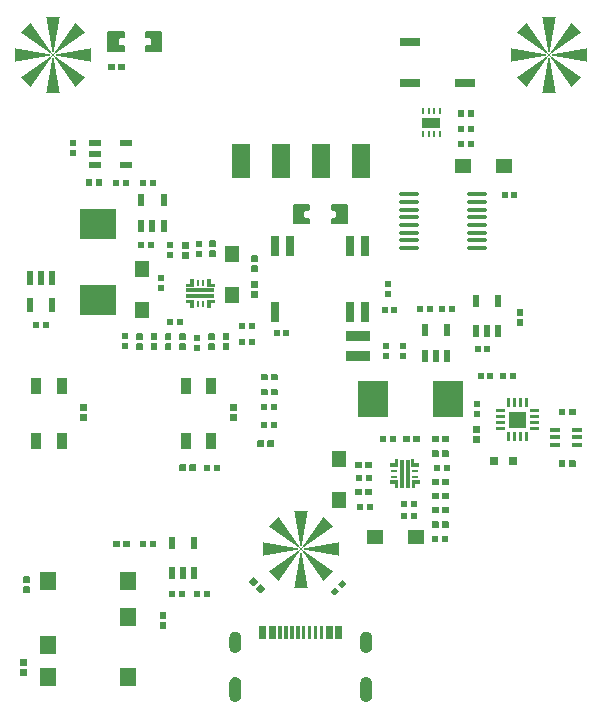
<source format=gtp>
G04 Layer: TopPasteMaskLayer*
G04 EasyEDA Pro v3.2.58, 2026-01-05 14:09:15*
G04 Gerber Generator version 0.3*
G04 Scale: 100 percent, Rotated: No, Reflected: No*
G04 Dimensions in millimeters*
G04 Leading zeros omitted, absolute positions, 4 integers and 5 decimals*
G04 Generated by one-click*
%FSLAX45Y45*%
%MOMM*%
%AMPolygonMacro1*4,1,10,-0.29995,-0.3,-0.29995,0.0,-0.3,0.0,-0.3,0.3,-0.29995,0.3,-0.04996,0.3,0.3,0.3,0.3,0.0,-0.04996,0.0,-0.04996,-0.3,-0.29995,-0.3,0*%
%AMPolygonMacro2*4,1,10,-0.04996,-0.00003,0.3,-0.00003,0.3,-0.3,-0.04996,-0.3,-0.29995,-0.3,-0.3,-0.3,-0.3,-0.00003,-0.29995,-0.00003,-0.29995,0.3,-0.04996,0.3,-0.04996,-0.00003,0*%
%AMPolygonMacro3*4,1,10,0.29995,0.3,0.29995,0.0,0.3,0.0,0.3,-0.3,0.29995,-0.3,0.04996,-0.3,-0.3,-0.3,-0.3,0.0,0.04996,0.0,0.04996,0.3,0.29995,0.3,0*%
%AMPolygonMacro4*4,1,10,0.04996,0.0,-0.3,0.0,-0.3,0.3,0.04996,0.3,0.29995,0.3,0.3,0.3,0.3,0.0,0.29995,0.0,0.29995,-0.3,0.04996,-0.3,0.04996,0.0,0*%
%AMPolygonMacro5*4,1,10,-0.3,0.29995,0.0,0.29995,0.0,0.3,0.3,0.3,0.3,0.29995,0.3,0.04996,0.3,-0.3,0.0,-0.3,0.0,0.04996,-0.3,0.04996,-0.3,0.29995,0*%
%AMPolygonMacro6*4,1,10,-0.00003,0.04996,-0.00003,-0.3,-0.3,-0.3,-0.3,0.04996,-0.3,0.29995,-0.3,0.3,-0.00003,0.3,-0.00003,0.29995,0.3,0.29995,0.3,0.04996,-0.00003,0.04996,0*%
%AMPolygonMacro7*4,1,10,0.3,-0.29995,0.0,-0.29995,0.0,-0.3,-0.3,-0.3,-0.3,-0.29995,-0.3,-0.04996,-0.3,0.3,0.0,0.3,0.0,-0.04996,0.3,-0.04996,0.3,-0.29995,0*%
%AMPolygonMacro8*4,1,10,0.0,-0.04996,0.0,0.3,0.3,0.3,0.3,-0.04996,0.3,-0.29995,0.3,-0.3,0.0,-0.3,0.0,-0.29995,-0.3,-0.29995,-0.3,-0.04996,0.0,-0.04996,0*%
%AMPolygonMacro9*4,1,3,-0.57304,1.62493,0.57304,1.62493,0.0,-1.62493,-0.57304,1.62493,0*%
%AMPolygonMacro10*4,1,3,-1.62493,-0.57304,-1.62493,0.57304,1.62493,0.0,-1.62493,-0.57304,0*%
%AMPolygonMacro11*4,1,3,1.62493,0.57304,1.62493,-0.57304,-1.62493,0.0,1.62493,0.57304,0*%
%AMPolygonMacro12*4,1,3,0.57304,-1.62493,-0.57304,-1.62493,0.0,1.62493,0.57304,-1.62493,0*%
%AMPolygonMacro13*4,1,3,0.5412,1.3516,1.3516,0.5412,-1.3516,-1.3516,0.5412,1.3516,0*%
%AMPolygonMacro14*4,1,3,1.3516,-0.5412,0.5412,-1.3516,-1.3516,1.3516,1.3516,-0.5412,0*%
%AMPolygonMacro15*4,1,3,-1.3516,0.5412,-0.5412,1.3516,1.3516,-1.3516,-1.3516,0.5412,0*%
%AMPolygonMacro16*4,1,3,-0.5412,-1.3516,-1.3516,-0.5412,1.3516,1.3516,-0.5412,-1.3516,0*%
%AMPolygonMacro17*4,1,3,-0.57304,1.62493,0.57304,1.62493,0.0,-1.62493,-0.57304,1.62493,0*%
%AMPolygonMacro18*4,1,3,0.57304,-1.62493,-0.57304,-1.62493,0.0,1.62493,0.57304,-1.62493,0*%
%AMPolygonMacro19*4,1,3,0.5412,1.3516,1.3516,0.5412,-1.3516,-1.3516,0.5412,1.3516,0*%
%AMPolygonMacro20*4,1,3,1.3516,-0.5412,0.5412,-1.3516,-1.3516,1.3516,1.3516,-0.5412,0*%
%AMPolygonMacro21*4,1,3,-1.3516,0.5412,-0.5412,1.3516,1.3516,-1.3516,-1.3516,0.5412,0*%
%AMPolygonMacro22*4,1,3,-0.5412,-1.3516,-1.3516,-0.5412,1.3516,1.3516,-0.5412,-1.3516,0*%
%AMPolygonMacro23*4,1,3,0.5412,1.3516,1.3516,0.5412,-1.3516,-1.3516,0.5412,1.3516,0*%
%AMPolygonMacro24*4,1,3,1.3516,-0.5412,0.5412,-1.3516,-1.3516,1.3516,1.3516,-0.5412,0*%
%AMPolygonMacro25*4,1,3,-1.3516,0.5412,-0.5412,1.3516,1.3516,-1.3516,-1.3516,0.5412,0*%
%AMPolygonMacro26*4,1,3,-0.5412,-1.3516,-1.3516,-0.5412,1.3516,1.3516,-0.5412,-1.3516,0*%
%ADD10R,0.6X1.0*%
%ADD11R,1.4X1.2*%
%ADD12R,1.2X1.4*%
%ADD13PolygonMacro1*%
%ADD14PolygonMacro2*%
%ADD15PolygonMacro3*%
%ADD16PolygonMacro4*%
%ADD17R,0.3X2.4*%
%ADD18R,0.6X0.25001*%
%ADD19R,0.6025X1.1*%
%ADD20R,0.6X1.1*%
%ADD21PolygonMacro5*%
%ADD22PolygonMacro6*%
%ADD23PolygonMacro7*%
%ADD24PolygonMacro8*%
%ADD25R,2.4X0.3*%
%ADD26R,0.25001X0.6*%
%ADD27R,1.1X0.6*%
%ADD28R,1.7X0.7*%
%ADD29R,0.5X0.54*%
%ADD30R,0.54X0.5*%
%ADD31R,0.9X0.4*%
%ADD32R,0.85001X1.4*%
%ADD33R,0.25001X0.521*%
%ADD34R,1.6X0.9*%
%ADD35R,0.48999X1.157*%
%ADD36R,0.48999X1.175*%
%ADD37R,2.1X0.95001*%
%ADD38R,0.8X1.7*%
%ADD39R,1.524X3.0*%
%ADD40O,1.73149X0.343*%
%ADD41R,0.8X0.8*%
%ADD42R,1.4X1.5*%
%ADD43PolygonMacro9*%
%ADD44PolygonMacro10*%
%ADD45PolygonMacro11*%
%ADD46PolygonMacro12*%
%ADD47PolygonMacro13*%
%ADD48PolygonMacro14*%
%ADD49PolygonMacro15*%
%ADD50PolygonMacro16*%
%ADD51PolygonMacro17*%
%ADD52PolygonMacro18*%
%ADD53PolygonMacro19*%
%ADD54PolygonMacro20*%
%ADD55PolygonMacro21*%
%ADD56PolygonMacro22*%
%ADD57PolygonMacro23*%
%ADD58PolygonMacro24*%
%ADD59PolygonMacro25*%
%ADD60PolygonMacro26*%
%ADD61R,2.49999X3.0099*%
%ADD62R,3.0099X2.49999*%
G75*


G04 PolygonModel Start*
G36*
G01X3693706Y2325664D02*
G01X3693706Y2371664D01*
G01X3697706Y2375664D01*
G01X3747769Y2375664D01*
G01X3751770Y2371664D01*
G01X3751770Y2325664D01*
G01X3747769Y2321664D01*
G01X3697706Y2321664D01*
G01X3693706Y2325664D01*
G37*
G36*
G01X3666705Y2325664D02*
G01X3662705Y2321664D01*
G01X3612641Y2321664D01*
G01X3608641Y2325664D01*
G01X3608641Y2371664D01*
G01X3612641Y2375664D01*
G01X3662705Y2375664D01*
G01X3666705Y2371664D01*
G01X3666705Y2325664D01*
G37*
G36*
G01X3016965Y1924395D02*
G01X3016965Y1878396D01*
G01X3012964Y1874395D01*
G01X2962901Y1874395D01*
G01X2958900Y1878396D01*
G01X2958900Y1924395D01*
G01X2962901Y1928395D01*
G01X3012964Y1928395D01*
G01X3016965Y1924395D01*
G37*
G36*
G01X3043965Y1924395D02*
G01X3047965Y1928395D01*
G01X3098029Y1928395D01*
G01X3102029Y1924395D01*
G01X3102029Y1878396D01*
G01X3098029Y1874395D01*
G01X3047965Y1874395D01*
G01X3043965Y1878396D01*
G01X3043965Y1924395D01*
G37*
G36*
G01X3693706Y1845170D02*
G01X3693706Y1891169D01*
G01X3697706Y1895170D01*
G01X3747769Y1895170D01*
G01X3751770Y1891169D01*
G01X3751770Y1845170D01*
G01X3747769Y1841170D01*
G01X3697706Y1841170D01*
G01X3693706Y1845170D01*
G37*
G36*
G01X3666705Y1845170D02*
G01X3662705Y1841170D01*
G01X3612641Y1841170D01*
G01X3608641Y1845170D01*
G01X3608641Y1891169D01*
G01X3612641Y1895170D01*
G01X3662705Y1895170D01*
G01X3666705Y1891169D01*
G01X3666705Y1845170D01*
G37*
G36*
G01X3693706Y2205541D02*
G01X3693706Y2251540D01*
G01X3697706Y2255541D01*
G01X3747769Y2255541D01*
G01X3751770Y2251540D01*
G01X3751770Y2205541D01*
G01X3747769Y2201540D01*
G01X3697706Y2201540D01*
G01X3693706Y2205541D01*
G37*
G36*
G01X3666705Y2205541D02*
G01X3662705Y2201540D01*
G01X3612641Y2201540D01*
G01X3608641Y2205541D01*
G01X3608641Y2251540D01*
G01X3612641Y2255541D01*
G01X3662705Y2255541D01*
G01X3666705Y2251540D01*
G01X3666705Y2205541D01*
G37*
G36*
G01X3425405Y2371664D02*
G01X3425405Y2325664D01*
G01X3421405Y2321664D01*
G01X3371341Y2321664D01*
G01X3367341Y2325664D01*
G01X3367341Y2371664D01*
G01X3371341Y2375664D01*
G01X3421405Y2375664D01*
G01X3425405Y2371664D01*
G37*
G36*
G01X3452406Y2371664D02*
G01X3456406Y2375664D01*
G01X3506469Y2375664D01*
G01X3510470Y2371664D01*
G01X3510470Y2325664D01*
G01X3506469Y2321664D01*
G01X3456406Y2321664D01*
G01X3452406Y2325664D01*
G01X3452406Y2371664D01*
G37*
G36*
G01X4333100Y3364700D02*
G01X4379100Y3364700D01*
G01X4383100Y3360699D01*
G01X4383100Y3310636D01*
G01X4379100Y3306636D01*
G01X4333100Y3306636D01*
G01X4329100Y3310636D01*
G01X4329100Y3360699D01*
G01X4333100Y3364700D01*
G37*
G36*
G01X4333100Y3391700D02*
G01X4329100Y3395701D01*
G01X4329100Y3445764D01*
G01X4333100Y3449765D01*
G01X4379100Y3449765D01*
G01X4383100Y3445764D01*
G01X4383100Y3395701D01*
G01X4379100Y3391700D01*
G01X4333100Y3391700D01*
G37*
G36*
G01X3019005Y2155764D02*
G01X3019005Y2109764D01*
G01X3015005Y2105764D01*
G01X2964941Y2105764D01*
G01X2960941Y2109764D01*
G01X2960941Y2155764D01*
G01X2964941Y2159764D01*
G01X3015005Y2159764D01*
G01X3019005Y2155764D01*
G37*
G36*
G01X3046006Y2155764D02*
G01X3050006Y2159764D01*
G01X3100069Y2159764D01*
G01X3104070Y2155764D01*
G01X3104070Y2109764D01*
G01X3100069Y2105764D01*
G01X3050006Y2105764D01*
G01X3046006Y2109764D01*
G01X3046006Y2155764D01*
G37*
G36*
G01X1355254Y3161500D02*
G01X1401254Y3161500D01*
G01X1405254Y3157499D01*
G01X1405254Y3107436D01*
G01X1401254Y3103436D01*
G01X1355254Y3103436D01*
G01X1351254Y3107436D01*
G01X1351254Y3157499D01*
G01X1355254Y3161500D01*
G37*
G36*
G01X1355254Y3188500D02*
G01X1351254Y3192501D01*
G01X1351254Y3242564D01*
G01X1355254Y3246565D01*
G01X1401254Y3246565D01*
G01X1405254Y3242564D01*
G01X1405254Y3192501D01*
G01X1401254Y3188500D01*
G01X1355254Y3188500D01*
G37*
G36*
G01X3666705Y2011293D02*
G01X3666705Y1965294D01*
G01X3662705Y1961293D01*
G01X3612641Y1961293D01*
G01X3608641Y1965294D01*
G01X3608641Y2011293D01*
G01X3612641Y2015294D01*
G01X3662705Y2015294D01*
G01X3666705Y2011293D01*
G37*
G36*
G01X3693706Y2011293D02*
G01X3697706Y2015294D01*
G01X3747769Y2015294D01*
G01X3751770Y2011293D01*
G01X3751770Y1965294D01*
G01X3747769Y1961293D01*
G01X3697706Y1961293D01*
G01X3693706Y1965294D01*
G01X3693706Y2011293D01*
G37*
G36*
G01X3693706Y1725047D02*
G01X3693706Y1771046D01*
G01X3697706Y1775046D01*
G01X3747769Y1775046D01*
G01X3751770Y1771046D01*
G01X3751770Y1725047D01*
G01X3747769Y1721046D01*
G01X3697706Y1721046D01*
G01X3693706Y1725047D01*
G37*
G36*
G01X3666705Y1725047D02*
G01X3662705Y1721046D01*
G01X3612641Y1721046D01*
G01X3608641Y1725047D01*
G01X3608641Y1771046D01*
G01X3612641Y1775046D01*
G01X3662705Y1775046D01*
G01X3666705Y1771046D01*
G01X3666705Y1725047D01*
G37*
G36*
G01X3666705Y1650923D02*
G01X3666705Y1604923D01*
G01X3662705Y1600923D01*
G01X3612641Y1600923D01*
G01X3608641Y1604923D01*
G01X3608641Y1650923D01*
G01X3612641Y1654923D01*
G01X3662705Y1654923D01*
G01X3666705Y1650923D01*
G37*
G36*
G01X3693706Y1650923D02*
G01X3697706Y1654923D01*
G01X3747769Y1654923D01*
G01X3751770Y1650923D01*
G01X3751770Y1604923D01*
G01X3747769Y1600923D01*
G01X3697706Y1600923D01*
G01X3693706Y1604923D01*
G01X3693706Y1650923D01*
G37*
G36*
G01X1477416Y3161500D02*
G01X1523415Y3161500D01*
G01X1527416Y3157499D01*
G01X1527416Y3107436D01*
G01X1523415Y3103436D01*
G01X1477416Y3103436D01*
G01X1473415Y3107436D01*
G01X1473415Y3157499D01*
G01X1477416Y3161500D01*
G37*
G36*
G01X1477416Y3188500D02*
G01X1473415Y3192501D01*
G01X1473415Y3242564D01*
G01X1477416Y3246565D01*
G01X1523415Y3246565D01*
G01X1527416Y3242564D01*
G01X1527416Y3192501D01*
G01X1523415Y3188500D01*
G01X1477416Y3188500D01*
G37*
G36*
G01X1721739Y3161500D02*
G01X1767738Y3161500D01*
G01X1771739Y3157499D01*
G01X1771739Y3107436D01*
G01X1767738Y3103436D01*
G01X1721739Y3103436D01*
G01X1717738Y3107436D01*
G01X1717738Y3157499D01*
G01X1721739Y3161500D01*
G37*
G36*
G01X1721739Y3188500D02*
G01X1717738Y3192501D01*
G01X1717738Y3242564D01*
G01X1721739Y3246565D01*
G01X1767738Y3246565D01*
G01X1771739Y3242564D01*
G01X1771739Y3192501D01*
G01X1767738Y3188500D01*
G01X1721739Y3188500D01*
G37*
G36*
G01X1775600Y3975900D02*
G01X1729600Y3975900D01*
G01X1725600Y3979901D01*
G01X1725600Y4029964D01*
G01X1729600Y4033965D01*
G01X1775600Y4033965D01*
G01X1779600Y4029964D01*
G01X1779600Y3979901D01*
G01X1775600Y3975900D01*
G37*
G36*
G01X1775600Y3948900D02*
G01X1779600Y3944899D01*
G01X1779600Y3894836D01*
G01X1775600Y3890836D01*
G01X1729600Y3890836D01*
G01X1725600Y3894836D01*
G01X1725600Y3944899D01*
G01X1729600Y3948900D01*
G01X1775600Y3948900D01*
G37*
G36*
G01X1448600Y3317100D02*
G01X1448600Y3363100D01*
G01X1452601Y3367100D01*
G01X1502664Y3367100D01*
G01X1506665Y3363100D01*
G01X1506665Y3317100D01*
G01X1502664Y3313100D01*
G01X1452601Y3313100D01*
G01X1448600Y3317100D01*
G37*
G36*
G01X1421600Y3317100D02*
G01X1417599Y3313100D01*
G01X1367536Y3313100D01*
G01X1363536Y3317100D01*
G01X1363536Y3363100D01*
G01X1367536Y3367100D01*
G01X1417599Y3367100D01*
G01X1421600Y3363100D01*
G01X1421600Y3317100D01*
G37*
G36*
G01X1233093Y3161500D02*
G01X1279092Y3161500D01*
G01X1283093Y3157499D01*
G01X1283093Y3107436D01*
G01X1279092Y3103436D01*
G01X1233093Y3103436D01*
G01X1229092Y3107436D01*
G01X1229092Y3157499D01*
G01X1233093Y3161500D01*
G37*
G36*
G01X1233093Y3188500D02*
G01X1229092Y3192501D01*
G01X1229092Y3242564D01*
G01X1233093Y3246565D01*
G01X1279092Y3246565D01*
G01X1283093Y3242564D01*
G01X1283093Y3192501D01*
G01X1279092Y3188500D01*
G01X1233093Y3188500D01*
G37*
G36*
G01X1156931Y3188500D02*
G01X1110931Y3188500D01*
G01X1106931Y3192501D01*
G01X1106931Y3242564D01*
G01X1110931Y3246565D01*
G01X1156931Y3246565D01*
G01X1160931Y3242564D01*
G01X1160931Y3192501D01*
G01X1156931Y3188500D01*
G37*
G36*
G01X1156931Y3161500D02*
G01X1160931Y3157499D01*
G01X1160931Y3107436D01*
G01X1156931Y3103436D01*
G01X1110931Y3103436D01*
G01X1106931Y3107436D01*
G01X1106931Y3157499D01*
G01X1110931Y3161500D01*
G01X1156931Y3161500D01*
G37*
G36*
G01X1843900Y3161500D02*
G01X1889900Y3161500D01*
G01X1893900Y3157499D01*
G01X1893900Y3107436D01*
G01X1889900Y3103436D01*
G01X1843900Y3103436D01*
G01X1839900Y3107436D01*
G01X1839900Y3157499D01*
G01X1843900Y3161500D01*
G37*
G36*
G01X1843900Y3188500D02*
G01X1839900Y3192501D01*
G01X1839900Y3242564D01*
G01X1843900Y3246565D01*
G01X1889900Y3246565D01*
G01X1893900Y3242564D01*
G01X1893900Y3192501D01*
G01X1889900Y3188500D01*
G01X1843900Y3188500D01*
G37*
G36*
G01X1547000Y3963200D02*
G01X1501000Y3963200D01*
G01X1497000Y3967201D01*
G01X1497000Y4017264D01*
G01X1501000Y4021265D01*
G01X1547000Y4021265D01*
G01X1551000Y4017264D01*
G01X1551000Y3967201D01*
G01X1547000Y3963200D01*
G37*
G36*
G01X1547000Y3936200D02*
G01X1551000Y3932199D01*
G01X1551000Y3882136D01*
G01X1547000Y3878136D01*
G01X1501000Y3878136D01*
G01X1497000Y3882136D01*
G01X1497000Y3932199D01*
G01X1501000Y3936200D01*
G01X1547000Y3936200D01*
G37*
G36*
G01X735800Y4544200D02*
G01X735800Y4498200D01*
G01X731799Y4494200D01*
G01X681736Y4494200D01*
G01X677736Y4498200D01*
G01X677736Y4544200D01*
G01X681736Y4548200D01*
G01X731799Y4548200D01*
G01X735800Y4544200D01*
G37*
G36*
G01X762800Y4544200D02*
G01X766801Y4548200D01*
G01X816864Y4548200D01*
G01X820865Y4544200D01*
G01X820865Y4498200D01*
G01X816864Y4494200D01*
G01X766801Y4494200D01*
G01X762800Y4498200D01*
G01X762800Y4544200D01*
G37*
G36*
G01X4741462Y2165463D02*
G01X4741462Y2119463D01*
G01X4737461Y2115463D01*
G01X4687398Y2115463D01*
G01X4683398Y2119463D01*
G01X4683398Y2165463D01*
G01X4687398Y2169463D01*
G01X4737461Y2169463D01*
G01X4741462Y2165463D01*
G37*
G36*
G01X4768462Y2165463D02*
G01X4772463Y2169463D01*
G01X4822526Y2169463D01*
G01X4826527Y2165463D01*
G01X4826527Y2119463D01*
G01X4822526Y2115463D01*
G01X4772463Y2115463D01*
G01X4768462Y2119463D01*
G01X4768462Y2165463D01*
G37*
G36*
G01X4741462Y2602858D02*
G01X4741462Y2556858D01*
G01X4737461Y2552858D01*
G01X4687398Y2552858D01*
G01X4683398Y2556858D01*
G01X4683398Y2602858D01*
G01X4687398Y2606858D01*
G01X4737461Y2606858D01*
G01X4741462Y2602858D01*
G37*
G36*
G01X4768462Y2602858D02*
G01X4772463Y2606858D01*
G01X4822526Y2606858D01*
G01X4826527Y2602858D01*
G01X4826527Y2556858D01*
G01X4822526Y2552858D01*
G01X4772463Y2552858D01*
G01X4768462Y2556858D01*
G01X4768462Y2602858D01*
G37*
G36*
G01X3885400Y5128400D02*
G01X3885400Y5082400D01*
G01X3881399Y5078400D01*
G01X3831336Y5078400D01*
G01X3827336Y5082400D01*
G01X3827336Y5128400D01*
G01X3831336Y5132400D01*
G01X3881399Y5132400D01*
G01X3885400Y5128400D01*
G37*
G36*
G01X3912400Y5128400D02*
G01X3916401Y5132400D01*
G01X3966464Y5132400D01*
G01X3970465Y5128400D01*
G01X3970465Y5082400D01*
G01X3966464Y5078400D01*
G01X3916401Y5078400D01*
G01X3912400Y5082400D01*
G01X3912400Y5128400D01*
G37*
G36*
G01X637400Y2564600D02*
G01X683400Y2564600D01*
G01X687400Y2560599D01*
G01X687400Y2510536D01*
G01X683400Y2506536D01*
G01X637400Y2506536D01*
G01X633400Y2510536D01*
G01X633400Y2560599D01*
G01X637400Y2564600D01*
G37*
G36*
G01X637400Y2591600D02*
G01X633400Y2595601D01*
G01X633400Y2645664D01*
G01X637400Y2649665D01*
G01X683400Y2649665D01*
G01X687400Y2645664D01*
G01X687400Y2595601D01*
G01X683400Y2591600D01*
G01X637400Y2591600D01*
G37*
G36*
G01X2216008Y2290021D02*
G01X2216008Y2336020D01*
G01X2220008Y2340021D01*
G01X2270071Y2340021D01*
G01X2274072Y2336020D01*
G01X2274072Y2290021D01*
G01X2270071Y2286020D01*
G01X2220008Y2286020D01*
G01X2216008Y2290021D01*
G37*
G36*
G01X2189007Y2290021D02*
G01X2185007Y2286020D01*
G01X2134943Y2286020D01*
G01X2130943Y2290021D01*
G01X2130943Y2336020D01*
G01X2134943Y2340021D01*
G01X2185007Y2340021D01*
G01X2189007Y2336020D01*
G01X2189007Y2290021D01*
G37*
G36*
G01X2131200Y3848900D02*
G01X2085200Y3848900D01*
G01X2081200Y3852901D01*
G01X2081200Y3902964D01*
G01X2085200Y3906965D01*
G01X2131200Y3906965D01*
G01X2135200Y3902964D01*
G01X2135200Y3852901D01*
G01X2131200Y3848900D01*
G37*
G36*
G01X2131200Y3821900D02*
G01X2135200Y3817899D01*
G01X2135200Y3767836D01*
G01X2131200Y3763836D01*
G01X2085200Y3763836D01*
G01X2081200Y3767836D01*
G01X2081200Y3817899D01*
G01X2085200Y3821900D01*
G01X2131200Y3821900D01*
G37*
G36*
G01X2085200Y3606000D02*
G01X2131200Y3606000D01*
G01X2135200Y3601999D01*
G01X2135200Y3551936D01*
G01X2131200Y3547936D01*
G01X2085200Y3547936D01*
G01X2081200Y3551936D01*
G01X2081200Y3601999D01*
G01X2085200Y3606000D01*
G37*
G36*
G01X2085200Y3633000D02*
G01X2081200Y3637001D01*
G01X2081200Y3687064D01*
G01X2085200Y3691065D01*
G01X2131200Y3691065D01*
G01X2135200Y3687064D01*
G01X2135200Y3637001D01*
G01X2131200Y3633000D01*
G01X2085200Y3633000D01*
G37*
G36*
G01X1179776Y5637875D02*
G01X1179776Y5674900D01*
G01X1189776Y5684900D01*
G01X1220266Y5684900D01*
G01X1230266Y5694900D01*
G01X1230266Y5733650D01*
G01X1220266Y5743650D01*
G01X1189776Y5743650D01*
G01X1179776Y5753650D01*
G01X1179776Y5790676D01*
G01X1189776Y5800676D01*
G01X1318274Y5800676D01*
G01X1328274Y5790676D01*
G01X1328274Y5637875D01*
G01X1318274Y5627875D01*
G01X1189776Y5627875D01*
G01X1179776Y5637875D01*
G37*
G36*
G01X1009774Y5637875D02*
G01X999774Y5627875D01*
G01X871275Y5627875D01*
G01X861275Y5637875D01*
G01X861275Y5790676D01*
G01X871275Y5800676D01*
G01X999774Y5800676D01*
G01X1009774Y5790676D01*
G01X1009774Y5753650D01*
G01X999774Y5743650D01*
G01X969284Y5743650D01*
G01X959284Y5733650D01*
G01X959284Y5694900D01*
G01X969284Y5684900D01*
G01X999774Y5684900D01*
G01X1009774Y5674900D01*
G01X1009774Y5637875D01*
G37*
G36*
G01X2581999Y4330901D02*
G01X2581999Y4293875D01*
G01X2571999Y4283875D01*
G01X2541509Y4283875D01*
G01X2531509Y4273875D01*
G01X2531509Y4235125D01*
G01X2541509Y4225125D01*
G01X2571999Y4225125D01*
G01X2581999Y4215125D01*
G01X2581999Y4178099D01*
G01X2571999Y4168099D01*
G01X2443500Y4168099D01*
G01X2433500Y4178099D01*
G01X2433500Y4330901D01*
G01X2443500Y4340901D01*
G01X2571999Y4340901D01*
G01X2581999Y4330901D01*
G37*
G36*
G01X2752001Y4330901D02*
G01X2762001Y4340901D01*
G01X2890500Y4340901D01*
G01X2900500Y4330901D01*
G01X2900500Y4178099D01*
G01X2890500Y4168099D01*
G01X2762001Y4168099D01*
G01X2752001Y4178099D01*
G01X2752001Y4215125D01*
G01X2762001Y4225125D01*
G01X2792491Y4225125D01*
G01X2802491Y4235125D01*
G01X2802491Y4273875D01*
G01X2792491Y4283875D01*
G01X2762001Y4283875D01*
G01X2752001Y4293875D01*
G01X2752001Y4330901D01*
G37*
G36*
G01X2339983Y656224D02*
G01X2309983Y656224D01*
G01X2309983Y771225D01*
G01X2339983Y771225D01*
G01X2339983Y656224D01*
G37*
G36*
G01X2849989Y656224D02*
G01X2819992Y656224D01*
G01X2819989Y656224D01*
G01X2789992Y656224D01*
G01X2789992Y771225D01*
G01X2819989Y771225D01*
G01X2819992Y771225D01*
G01X2849989Y771225D01*
G01X2849989Y656224D01*
G37*
G36*
G01X2709982Y771225D02*
G01X2739979Y771225D01*
G01X2739982Y771225D01*
G01X2769979Y771225D01*
G01X2769979Y656224D01*
G01X2739982Y656224D01*
G01X2739979Y656224D01*
G01X2709982Y656224D01*
G01X2709982Y771225D01*
G37*
G36*
G01X2389995Y656224D02*
G01X2359995Y656224D01*
G01X2359995Y771225D01*
G01X2389995Y771225D01*
G01X2389995Y656224D01*
G37*
G36*
G01X2439982Y656224D02*
G01X2409982Y656224D01*
G01X2409982Y771225D01*
G01X2439982Y771225D01*
G01X2439982Y656224D01*
G37*
G36*
G01X2229998Y771225D02*
G01X2259995Y771225D01*
G01X2259998Y771225D01*
G01X2289995Y771225D01*
G01X2289995Y656224D01*
G01X2259998Y656224D01*
G01X2259995Y656224D01*
G01X2229998Y656224D01*
G01X2229998Y771225D01*
G37*
G36*
G01X2489995Y656224D02*
G01X2459995Y656224D01*
G01X2459995Y771225D01*
G01X2489995Y771225D01*
G01X2489995Y656224D01*
G37*
G36*
G01X2149988Y771225D02*
G01X2179985Y771225D01*
G01X2179988Y771225D01*
G01X2209985Y771225D01*
G01X2209985Y656224D01*
G01X2179988Y656224D01*
G01X2179985Y656224D01*
G01X2149988Y656224D01*
G01X2149988Y771225D01*
G37*
G36*
G01X2539982Y656224D02*
G01X2509982Y656224D01*
G01X2509982Y771225D01*
G01X2539982Y771225D01*
G01X2539982Y656224D01*
G37*
G36*
G01X2589995Y656224D02*
G01X2559995Y656224D01*
G01X2559995Y771225D01*
G01X2589995Y771225D01*
G01X2589995Y656224D01*
G37*
G36*
G01X2639982Y656224D02*
G01X2609982Y656224D01*
G01X2609982Y771225D01*
G01X2639982Y771225D01*
G01X2639982Y656224D01*
G37*
G36*
G01X2659995Y771225D02*
G01X2689995Y771225D01*
G01X2689995Y656224D01*
G01X2659995Y656224D01*
G01X2659995Y771225D01*
G37*
G36*
G01X3057736Y719559D02*
G01X3060217Y719310D01*
G01X3062681Y718939D01*
G01X3065125Y718444D01*
G01X3067540Y717829D01*
G01X3069923Y717095D01*
G01X3072267Y716242D01*
G01X3074563Y715274D01*
G01X3076811Y714192D01*
G01X3079001Y713001D01*
G01X3081127Y711700D01*
G01X3083187Y710296D01*
G01X3085173Y708790D01*
G01X3087083Y707187D01*
G01X3088912Y705493D01*
G01X3090652Y703707D01*
G01X3092303Y701838D01*
G01X3093857Y699889D01*
G01X3095313Y697865D01*
G01X3096664Y695770D01*
G01X3097911Y693611D01*
G01X3099049Y691393D01*
G01X3100073Y689120D01*
G01X3100984Y686801D01*
G01X3101777Y684436D01*
G01X3102453Y682036D01*
G01X3103009Y679607D01*
G01X3103441Y677151D01*
G01X3103750Y674677D01*
G01X3103938Y672191D01*
G01X3103999Y669699D01*
G01X3103999Y589699D01*
G01X3103938Y587207D01*
G01X3103750Y584721D01*
G01X3103441Y582247D01*
G01X3103009Y579791D01*
G01X3102453Y577362D01*
G01X3101777Y574962D01*
G01X3100984Y572597D01*
G01X3100073Y570278D01*
G01X3099049Y568005D01*
G01X3097911Y565788D01*
G01X3096664Y563629D01*
G01X3095313Y561533D01*
G01X3093857Y559509D01*
G01X3092303Y557560D01*
G01X3090652Y555691D01*
G01X3088912Y553905D01*
G01X3087083Y552211D01*
G01X3085173Y550609D01*
G01X3083187Y549102D01*
G01X3081127Y547698D01*
G01X3079001Y546397D01*
G01X3076811Y545206D01*
G01X3074563Y544124D01*
G01X3072267Y543156D01*
G01X3069923Y542303D01*
G01X3067540Y541569D01*
G01X3065125Y540954D01*
G01X3062681Y540459D01*
G01X3060217Y540088D01*
G01X3057736Y539839D01*
G01X3055247Y539714D01*
G01X3052752Y539714D01*
G01X3050263Y539839D01*
G01X3047782Y540088D01*
G01X3045318Y540459D01*
G01X3042874Y540954D01*
G01X3040459Y541569D01*
G01X3038076Y542303D01*
G01X3035732Y543156D01*
G01X3033436Y544124D01*
G01X3031188Y545206D01*
G01X3029001Y546397D01*
G01X3026872Y547698D01*
G01X3024812Y549102D01*
G01X3022826Y550609D01*
G01X3020916Y552211D01*
G01X3019087Y553905D01*
G01X3017347Y555691D01*
G01X3015696Y557560D01*
G01X3014142Y559509D01*
G01X3012686Y561533D01*
G01X3011335Y563629D01*
G01X3010088Y565788D01*
G01X3008950Y568005D01*
G01X3007926Y570278D01*
G01X3007015Y572597D01*
G01X3006222Y574962D01*
G01X3005546Y577362D01*
G01X3004990Y579791D01*
G01X3004558Y582247D01*
G01X3004249Y584721D01*
G01X3004061Y587207D01*
G01X3004000Y589699D01*
G01X3004000Y669699D01*
G01X3004061Y672191D01*
G01X3004249Y674677D01*
G01X3004558Y677151D01*
G01X3004990Y679607D01*
G01X3005546Y682036D01*
G01X3006222Y684436D01*
G01X3007015Y686801D01*
G01X3007926Y689120D01*
G01X3008950Y691393D01*
G01X3010088Y693611D01*
G01X3011335Y695770D01*
G01X3012686Y697865D01*
G01X3014142Y699889D01*
G01X3015696Y701838D01*
G01X3017347Y703707D01*
G01X3019087Y705493D01*
G01X3020916Y707187D01*
G01X3022826Y708790D01*
G01X3024812Y710296D01*
G01X3026872Y711700D01*
G01X3029001Y713001D01*
G01X3031188Y714192D01*
G01X3033436Y715274D01*
G01X3035732Y716242D01*
G01X3038076Y717095D01*
G01X3040459Y717829D01*
G01X3042874Y718444D01*
G01X3045318Y718939D01*
G01X3047782Y719310D01*
G01X3050263Y719559D01*
G01X3052752Y719684D01*
G01X3055247Y719684D01*
G01X3057736Y719559D01*
G37*
G36*
G01X1949737Y719559D02*
G01X1952219Y719310D01*
G01X1954682Y718939D01*
G01X1957126Y718444D01*
G01X1959541Y717829D01*
G01X1961924Y717095D01*
G01X1964268Y716242D01*
G01X1966565Y715274D01*
G01X1968812Y714192D01*
G01X1971002Y713001D01*
G01X1973128Y711700D01*
G01X1975188Y710296D01*
G01X1977174Y708790D01*
G01X1979084Y707187D01*
G01X1980913Y705493D01*
G01X1982653Y703707D01*
G01X1984304Y701838D01*
G01X1985858Y699889D01*
G01X1987314Y697865D01*
G01X1988665Y695770D01*
G01X1989912Y693611D01*
G01X1991050Y691393D01*
G01X1992074Y689120D01*
G01X1992986Y686801D01*
G01X1993778Y684436D01*
G01X1994454Y682036D01*
G01X1995010Y679607D01*
G01X1995442Y677151D01*
G01X1995752Y674677D01*
G01X1995940Y672191D01*
G01X1996001Y669699D01*
G01X1996001Y589699D01*
G01X1995940Y587207D01*
G01X1995752Y584721D01*
G01X1995442Y582247D01*
G01X1995010Y579791D01*
G01X1994454Y577362D01*
G01X1993778Y574962D01*
G01X1992986Y572597D01*
G01X1992074Y570278D01*
G01X1991050Y568005D01*
G01X1989912Y565788D01*
G01X1988665Y563629D01*
G01X1987314Y561533D01*
G01X1985858Y559509D01*
G01X1984304Y557560D01*
G01X1982653Y555691D01*
G01X1980913Y553905D01*
G01X1979084Y552211D01*
G01X1977174Y550609D01*
G01X1975188Y549102D01*
G01X1973128Y547698D01*
G01X1971002Y546397D01*
G01X1968812Y545206D01*
G01X1966565Y544124D01*
G01X1964268Y543156D01*
G01X1961924Y542303D01*
G01X1959541Y541569D01*
G01X1957126Y540954D01*
G01X1954682Y540459D01*
G01X1952219Y540088D01*
G01X1949737Y539839D01*
G01X1947248Y539714D01*
G01X1944754Y539714D01*
G01X1942264Y539839D01*
G01X1939783Y540088D01*
G01X1937319Y540459D01*
G01X1934875Y540954D01*
G01X1932460Y541569D01*
G01X1930077Y542303D01*
G01X1927733Y543156D01*
G01X1925437Y544124D01*
G01X1923189Y545206D01*
G01X1921002Y546397D01*
G01X1918873Y547698D01*
G01X1916814Y549102D01*
G01X1914827Y550609D01*
G01X1912917Y552211D01*
G01X1911088Y553905D01*
G01X1909348Y555691D01*
G01X1907697Y557560D01*
G01X1906143Y559509D01*
G01X1904688Y561533D01*
G01X1903336Y563629D01*
G01X1902089Y565788D01*
G01X1900951Y568005D01*
G01X1899928Y570278D01*
G01X1899016Y572597D01*
G01X1898223Y574962D01*
G01X1897548Y577362D01*
G01X1896991Y579791D01*
G01X1896560Y582247D01*
G01X1896250Y584721D01*
G01X1896062Y587207D01*
G01X1896001Y589699D01*
G01X1896001Y669699D01*
G01X1896062Y672191D01*
G01X1896250Y674677D01*
G01X1896560Y677151D01*
G01X1896991Y679607D01*
G01X1897548Y682036D01*
G01X1898223Y684436D01*
G01X1899016Y686801D01*
G01X1899928Y689120D01*
G01X1900951Y691393D01*
G01X1902089Y693611D01*
G01X1903336Y695770D01*
G01X1904688Y697865D01*
G01X1906143Y699889D01*
G01X1907697Y701838D01*
G01X1909348Y703707D01*
G01X1911088Y705493D01*
G01X1912917Y707187D01*
G01X1914827Y708790D01*
G01X1916814Y710296D01*
G01X1918873Y711700D01*
G01X1921002Y713001D01*
G01X1923189Y714192D01*
G01X1925437Y715274D01*
G01X1927733Y716242D01*
G01X1930077Y717095D01*
G01X1932460Y717829D01*
G01X1934875Y718444D01*
G01X1937319Y718939D01*
G01X1939783Y719310D01*
G01X1942264Y719559D01*
G01X1944754Y719684D01*
G01X1947248Y719684D01*
G01X1949737Y719559D01*
G37*
G36*
G01X3057736Y334559D02*
G01X3060217Y334310D01*
G01X3062681Y333939D01*
G01X3065125Y333444D01*
G01X3067540Y332829D01*
G01X3069923Y332095D01*
G01X3072267Y331241D01*
G01X3074563Y330274D01*
G01X3076811Y329192D01*
G01X3079001Y328000D01*
G01X3081127Y326700D01*
G01X3083187Y325295D01*
G01X3085173Y323789D01*
G01X3087083Y322186D01*
G01X3088912Y320492D01*
G01X3090652Y318707D01*
G01X3092303Y316837D01*
G01X3093857Y314889D01*
G01X3095313Y312865D01*
G01X3096664Y310769D01*
G01X3097911Y308610D01*
G01X3099049Y306393D01*
G01X3100073Y304119D01*
G01X3100984Y301800D01*
G01X3101777Y299436D01*
G01X3102453Y297035D01*
G01X3103009Y294607D01*
G01X3103441Y292151D01*
G01X3103750Y289677D01*
G01X3103938Y287190D01*
G01X3103999Y284698D01*
G01X3103999Y174699D01*
G01X3103938Y172207D01*
G01X3103750Y169720D01*
G01X3103441Y167246D01*
G01X3103009Y164790D01*
G01X3102453Y162362D01*
G01X3101777Y159962D01*
G01X3100984Y157597D01*
G01X3100073Y155278D01*
G01X3099049Y153005D01*
G01X3097911Y150787D01*
G01X3096664Y148628D01*
G01X3095313Y146533D01*
G01X3093857Y144508D01*
G01X3092303Y142560D01*
G01X3090652Y140691D01*
G01X3088912Y138905D01*
G01X3087083Y137211D01*
G01X3085173Y135608D01*
G01X3083187Y134102D01*
G01X3081127Y132697D01*
G01X3079001Y131397D01*
G01X3076811Y130205D01*
G01X3074563Y129123D01*
G01X3072267Y128156D01*
G01X3069923Y127302D01*
G01X3067540Y126568D01*
G01X3065125Y125954D01*
G01X3062681Y125458D01*
G01X3060217Y125087D01*
G01X3057736Y124838D01*
G01X3055247Y124714D01*
G01X3052752Y124714D01*
G01X3050263Y124838D01*
G01X3047782Y125087D01*
G01X3045318Y125458D01*
G01X3042874Y125954D01*
G01X3040459Y126568D01*
G01X3038076Y127302D01*
G01X3035732Y128156D01*
G01X3033436Y129123D01*
G01X3031188Y130205D01*
G01X3029001Y131397D01*
G01X3026872Y132697D01*
G01X3024812Y134102D01*
G01X3022826Y135608D01*
G01X3020916Y137211D01*
G01X3019087Y138905D01*
G01X3017347Y140691D01*
G01X3015696Y142560D01*
G01X3014142Y144508D01*
G01X3012686Y146533D01*
G01X3011335Y148628D01*
G01X3010088Y150787D01*
G01X3008950Y153005D01*
G01X3007926Y155278D01*
G01X3007015Y157597D01*
G01X3006222Y159962D01*
G01X3005546Y162362D01*
G01X3004990Y164790D01*
G01X3004558Y167246D01*
G01X3004249Y169720D01*
G01X3004061Y172207D01*
G01X3004000Y174699D01*
G01X3004000Y284698D01*
G01X3004061Y287190D01*
G01X3004249Y289677D01*
G01X3004558Y292151D01*
G01X3004990Y294607D01*
G01X3005546Y297035D01*
G01X3006222Y299436D01*
G01X3007015Y301800D01*
G01X3007926Y304119D01*
G01X3008950Y306393D01*
G01X3010088Y308610D01*
G01X3011335Y310769D01*
G01X3012686Y312865D01*
G01X3014142Y314889D01*
G01X3015696Y316837D01*
G01X3017347Y318707D01*
G01X3019087Y320492D01*
G01X3020916Y322186D01*
G01X3022826Y323789D01*
G01X3024812Y325295D01*
G01X3026872Y326700D01*
G01X3029001Y328000D01*
G01X3031188Y329192D01*
G01X3033436Y330274D01*
G01X3035732Y331241D01*
G01X3038076Y332095D01*
G01X3040459Y332829D01*
G01X3042874Y333444D01*
G01X3045318Y333939D01*
G01X3047782Y334310D01*
G01X3050263Y334559D01*
G01X3052752Y334683D01*
G01X3055247Y334683D01*
G01X3057736Y334559D01*
G37*
G36*
G01X1949737Y334559D02*
G01X1952219Y334310D01*
G01X1954682Y333939D01*
G01X1957126Y333444D01*
G01X1959541Y332829D01*
G01X1961924Y332095D01*
G01X1964268Y331241D01*
G01X1966565Y330274D01*
G01X1968812Y329192D01*
G01X1971002Y328000D01*
G01X1973128Y326700D01*
G01X1975188Y325295D01*
G01X1977174Y323789D01*
G01X1979084Y322186D01*
G01X1980913Y320492D01*
G01X1982653Y318707D01*
G01X1984304Y316837D01*
G01X1985858Y314889D01*
G01X1987314Y312865D01*
G01X1988665Y310769D01*
G01X1989912Y308610D01*
G01X1991050Y306393D01*
G01X1992074Y304119D01*
G01X1992986Y301800D01*
G01X1993778Y299436D01*
G01X1994454Y297035D01*
G01X1995010Y294607D01*
G01X1995442Y292151D01*
G01X1995752Y289677D01*
G01X1995940Y287190D01*
G01X1996001Y284698D01*
G01X1996001Y174699D01*
G01X1995940Y172207D01*
G01X1995752Y169720D01*
G01X1995442Y167246D01*
G01X1995010Y164790D01*
G01X1994454Y162362D01*
G01X1993778Y159962D01*
G01X1992986Y157597D01*
G01X1992074Y155278D01*
G01X1991050Y153005D01*
G01X1989912Y150787D01*
G01X1988665Y148628D01*
G01X1987314Y146533D01*
G01X1985858Y144508D01*
G01X1984304Y142560D01*
G01X1982653Y140691D01*
G01X1980913Y138905D01*
G01X1979084Y137211D01*
G01X1977174Y135608D01*
G01X1975188Y134102D01*
G01X1973128Y132697D01*
G01X1971002Y131397D01*
G01X1968812Y130205D01*
G01X1966565Y129123D01*
G01X1964268Y128156D01*
G01X1961924Y127302D01*
G01X1959541Y126568D01*
G01X1957126Y125954D01*
G01X1954682Y125458D01*
G01X1952219Y125087D01*
G01X1949737Y124838D01*
G01X1947248Y124714D01*
G01X1944754Y124714D01*
G01X1942264Y124838D01*
G01X1939783Y125087D01*
G01X1937319Y125458D01*
G01X1934875Y125954D01*
G01X1932460Y126568D01*
G01X1930077Y127302D01*
G01X1927733Y128156D01*
G01X1925437Y129123D01*
G01X1923189Y130205D01*
G01X1921002Y131397D01*
G01X1918873Y132697D01*
G01X1916814Y134102D01*
G01X1914827Y135608D01*
G01X1912917Y137211D01*
G01X1911088Y138905D01*
G01X1909348Y140691D01*
G01X1907697Y142560D01*
G01X1906143Y144508D01*
G01X1904688Y146533D01*
G01X1903336Y148628D01*
G01X1902089Y150787D01*
G01X1900951Y153005D01*
G01X1899928Y155278D01*
G01X1899016Y157597D01*
G01X1898223Y159962D01*
G01X1897548Y162362D01*
G01X1896991Y164790D01*
G01X1896560Y167246D01*
G01X1896250Y169720D01*
G01X1896062Y172207D01*
G01X1896001Y174699D01*
G01X1896001Y284698D01*
G01X1896062Y287190D01*
G01X1896250Y289677D01*
G01X1896560Y292151D01*
G01X1896991Y294607D01*
G01X1897548Y297035D01*
G01X1898223Y299436D01*
G01X1899016Y301800D01*
G01X1899928Y304119D01*
G01X1900951Y306393D01*
G01X1902089Y308610D01*
G01X1903336Y310769D01*
G01X1904688Y312865D01*
G01X1906143Y314889D01*
G01X1907697Y316837D01*
G01X1909348Y318707D01*
G01X1911088Y320492D01*
G01X1912917Y322186D01*
G01X1914827Y323789D01*
G01X1916814Y325295D01*
G01X1918873Y326700D01*
G01X1921002Y328000D01*
G01X1923189Y329192D01*
G01X1925437Y330274D01*
G01X1927733Y331241D01*
G01X1930077Y332095D01*
G01X1932460Y332829D01*
G01X1934875Y333444D01*
G01X1937319Y333939D01*
G01X1939783Y334310D01*
G01X1942264Y334559D01*
G01X1944754Y334683D01*
G01X1947248Y334683D01*
G01X1949737Y334559D01*
G37*
G36*
G01X2219336Y2768924D02*
G01X2219336Y2722925D01*
G01X2215336Y2718924D01*
G01X2165272Y2718924D01*
G01X2161272Y2722925D01*
G01X2161272Y2768924D01*
G01X2165272Y2772925D01*
G01X2215336Y2772925D01*
G01X2219336Y2768924D01*
G37*
G36*
G01X2246336Y2768924D02*
G01X2250337Y2772925D01*
G01X2300400Y2772925D01*
G01X2304401Y2768924D01*
G01X2304401Y2722925D01*
G01X2300400Y2718924D01*
G01X2250337Y2718924D01*
G01X2246336Y2722925D01*
G01X2246336Y2768924D01*
G37*
G36*
G01X2219336Y2895873D02*
G01X2219336Y2849873D01*
G01X2215336Y2845873D01*
G01X2165272Y2845873D01*
G01X2161272Y2849873D01*
G01X2161272Y2895873D01*
G01X2165272Y2899873D01*
G01X2215336Y2899873D01*
G01X2219336Y2895873D01*
G37*
G36*
G01X2246336Y2895873D02*
G01X2250337Y2899873D01*
G01X2300400Y2899873D01*
G01X2304401Y2895873D01*
G01X2304401Y2849873D01*
G01X2300400Y2845873D01*
G01X2250337Y2845873D01*
G01X2246336Y2849873D01*
G01X2246336Y2895873D01*
G37*
G36*
G01X154800Y1104100D02*
G01X200800Y1104100D01*
G01X204800Y1100099D01*
G01X204800Y1050036D01*
G01X200800Y1046036D01*
G01X154800Y1046036D01*
G01X150800Y1050036D01*
G01X150800Y1100099D01*
G01X154800Y1104100D01*
G37*
G36*
G01X154800Y1131100D02*
G01X150800Y1135101D01*
G01X150800Y1185164D01*
G01X154800Y1189165D01*
G01X200800Y1189165D01*
G01X204800Y1185164D01*
G01X204800Y1135101D01*
G01X200800Y1131100D01*
G01X154800Y1131100D01*
G37*
G36*
G01X175400Y432600D02*
G01X129400Y432600D01*
G01X125400Y436601D01*
G01X125400Y486664D01*
G01X129400Y490665D01*
G01X175400Y490665D01*
G01X179400Y486664D01*
G01X179400Y436601D01*
G01X175400Y432600D01*
G37*
G36*
G01X175400Y405600D02*
G01X179400Y401599D01*
G01X179400Y351536D01*
G01X175400Y347536D01*
G01X129400Y347536D01*
G01X125400Y351536D01*
G01X125400Y401599D01*
G01X129400Y405600D01*
G01X175400Y405600D01*
G37*
G36*
G01X1557318Y2084697D02*
G01X1557318Y2130696D01*
G01X1561318Y2134697D01*
G01X1611382Y2134697D01*
G01X1615382Y2130696D01*
G01X1615382Y2084697D01*
G01X1611382Y2080696D01*
G01X1561318Y2080696D01*
G01X1557318Y2084697D01*
G37*
G36*
G01X1530318Y2084697D02*
G01X1526317Y2080696D01*
G01X1476254Y2080696D01*
G01X1472253Y2084697D01*
G01X1472253Y2130696D01*
G01X1476254Y2134697D01*
G01X1526317Y2134697D01*
G01X1530318Y2130696D01*
G01X1530318Y2084697D01*
G37*
G36*
G01X1953400Y2591600D02*
G01X1907400Y2591600D01*
G01X1903400Y2595601D01*
G01X1903400Y2645664D01*
G01X1907400Y2649665D01*
G01X1953400Y2649665D01*
G01X1957400Y2645664D01*
G01X1957400Y2595601D01*
G01X1953400Y2591600D01*
G37*
G36*
G01X1953400Y2564600D02*
G01X1957400Y2560599D01*
G01X1957400Y2510536D01*
G01X1953400Y2506536D01*
G01X1907400Y2506536D01*
G01X1903400Y2510536D01*
G01X1903400Y2560599D01*
G01X1907400Y2564600D01*
G01X1953400Y2564600D01*
G37*
G36*
G01X1356500Y826300D02*
G01X1310500Y826300D01*
G01X1306500Y830301D01*
G01X1306500Y880364D01*
G01X1310500Y884365D01*
G01X1356500Y884365D01*
G01X1360500Y880364D01*
G01X1360500Y830301D01*
G01X1356500Y826300D01*
G37*
G36*
G01X1356500Y799300D02*
G01X1360500Y795299D01*
G01X1360500Y745236D01*
G01X1356500Y741236D01*
G01X1310500Y741236D01*
G01X1306500Y745236D01*
G01X1306500Y795299D01*
G01X1310500Y799300D01*
G01X1356500Y799300D01*
G37*
G36*
G01X997237Y1440239D02*
G01X997237Y1486238D01*
G01X1001238Y1490239D01*
G01X1051301Y1490239D01*
G01X1055302Y1486238D01*
G01X1055302Y1440239D01*
G01X1051301Y1436238D01*
G01X1001238Y1436238D01*
G01X997237Y1440239D01*
G37*
G36*
G01X970237Y1440239D02*
G01X966237Y1436238D01*
G01X916173Y1436238D01*
G01X912173Y1440239D01*
G01X912173Y1486238D01*
G01X916173Y1490239D01*
G01X966237Y1490239D01*
G01X970237Y1486238D01*
G01X970237Y1440239D01*
G37*
G36*
G01X4402970Y2446852D02*
G01X4266968Y2446852D01*
G01X4266968Y2582854D01*
G01X4402970Y2582854D01*
G01X4402970Y2446852D01*
G37*
G36*
G01X4442490Y2452357D02*
G01X4517488Y2452357D01*
G01X4517488Y2427355D01*
G01X4442490Y2427355D01*
G01X4442490Y2452357D01*
G37*
G36*
G01X4442490Y2502344D02*
G01X4517488Y2502344D01*
G01X4517488Y2477343D01*
G01X4442490Y2477343D01*
G01X4442490Y2502344D01*
G37*
G36*
G01X4442490Y2552356D02*
G01X4517488Y2552356D01*
G01X4517488Y2527355D01*
G01X4442490Y2527355D01*
G01X4442490Y2552356D01*
G37*
G36*
G01X4442490Y2602344D02*
G01X4517488Y2602344D01*
G01X4517488Y2577342D01*
G01X4442490Y2577342D01*
G01X4442490Y2602344D01*
G37*
G36*
G01X4152498Y2452357D02*
G01X4227496Y2452357D01*
G01X4227496Y2427355D01*
G01X4152498Y2427355D01*
G01X4152498Y2452357D01*
G37*
G36*
G01X4152498Y2502344D02*
G01X4227496Y2502344D01*
G01X4227496Y2477343D01*
G01X4152498Y2477343D01*
G01X4152498Y2502344D01*
G37*
G36*
G01X4152498Y2552356D02*
G01X4227496Y2552356D01*
G01X4227496Y2527355D01*
G01X4152498Y2527355D01*
G01X4152498Y2552356D01*
G37*
G36*
G01X4152498Y2602344D02*
G01X4227496Y2602344D01*
G01X4227496Y2577342D01*
G01X4152498Y2577342D01*
G01X4152498Y2602344D01*
G37*
G36*
G01X4397415Y2332352D02*
G01X4397415Y2407350D01*
G01X4422416Y2407350D01*
G01X4422416Y2332352D01*
G01X4397415Y2332352D01*
G37*
G36*
G01X4347428Y2332352D02*
G01X4347428Y2407350D01*
G01X4372429Y2407350D01*
G01X4372429Y2332352D01*
G01X4347428Y2332352D01*
G37*
G36*
G01X4297415Y2332352D02*
G01X4297415Y2407350D01*
G01X4322416Y2407350D01*
G01X4322416Y2332352D01*
G01X4297415Y2332352D01*
G37*
G36*
G01X4247428Y2332352D02*
G01X4247428Y2407350D01*
G01X4272429Y2407350D01*
G01X4272429Y2332352D01*
G01X4247428Y2332352D01*
G37*
G36*
G01X4397339Y2622343D02*
G01X4397339Y2697342D01*
G01X4422340Y2697342D01*
G01X4422340Y2622343D01*
G01X4397339Y2622343D01*
G37*
G36*
G01X4347351Y2622343D02*
G01X4347351Y2697342D01*
G01X4372353Y2697342D01*
G01X4372353Y2622343D01*
G01X4347351Y2622343D01*
G37*
G36*
G01X4297339Y2622343D02*
G01X4297339Y2697342D01*
G01X4322340Y2697342D01*
G01X4322340Y2622343D01*
G01X4297339Y2622343D01*
G37*
G36*
G01X4247352Y2622343D02*
G01X4247352Y2697342D01*
G01X4272353Y2697342D01*
G01X4272353Y2622343D01*
G01X4247352Y2622343D01*
G37*
G36*
G01X953300Y5476100D02*
G01X953300Y5522100D01*
G01X957301Y5526100D01*
G01X1007364Y5526100D01*
G01X1011365Y5522100D01*
G01X1011365Y5476100D01*
G01X1007364Y5472100D01*
G01X957301Y5472100D01*
G01X953300Y5476100D01*
G37*
G36*
G01X926300Y5476100D02*
G01X922299Y5472100D01*
G01X872236Y5472100D01*
G01X868236Y5476100D01*
G01X868236Y5522100D01*
G01X872236Y5526100D01*
G01X922299Y5526100D01*
G01X926300Y5522100D01*
G01X926300Y5476100D01*
G37*
G36*
G01X2136888Y1139135D02*
G01X2104361Y1106609D01*
G01X2098704Y1106609D01*
G01X2063304Y1142009D01*
G01X2063304Y1147667D01*
G01X2095830Y1180193D01*
G01X2101488Y1180193D01*
G01X2136888Y1144793D01*
G01X2136888Y1139135D01*
G37*
G36*
G01X2155980Y1120043D02*
G01X2161637Y1120043D01*
G01X2197037Y1084643D01*
G01X2197037Y1078986D01*
G01X2164511Y1046459D01*
G01X2158853Y1046459D01*
G01X2123453Y1081859D01*
G01X2123453Y1087517D01*
G01X2155980Y1120043D01*
G37*
G36*
G01X2845209Y1085483D02*
G01X2812683Y1118009D01*
G01X2812683Y1123667D01*
G01X2848083Y1159067D01*
G01X2853740Y1159067D01*
G01X2886267Y1126540D01*
G01X2886267Y1120883D01*
G01X2850867Y1085483D01*
G01X2845209Y1085483D01*
G37*
G36*
G01X2826117Y1066391D02*
G01X2826117Y1060733D01*
G01X2790717Y1025333D01*
G01X2785060Y1025333D01*
G01X2752533Y1057860D01*
G01X2752533Y1063517D01*
G01X2787933Y1098917D01*
G01X2793591Y1098917D01*
G01X2826117Y1066391D01*
G37*
G36*
G01X1677200Y1013971D02*
G01X1677200Y1059970D01*
G01X1681201Y1063971D01*
G01X1731264Y1063971D01*
G01X1735265Y1059970D01*
G01X1735265Y1013971D01*
G01X1731264Y1009971D01*
G01X1681201Y1009971D01*
G01X1677200Y1013971D01*
G37*
G36*
G01X1650200Y1013971D02*
G01X1646199Y1009971D01*
G01X1596136Y1009971D01*
G01X1592136Y1013971D01*
G01X1592136Y1059970D01*
G01X1596136Y1063971D01*
G01X1646199Y1063971D01*
G01X1650200Y1059970D01*
G01X1650200Y1013971D01*
G37*
G36*
G01X4011383Y2402858D02*
G01X3965384Y2402858D01*
G01X3961383Y2406859D01*
G01X3961383Y2456922D01*
G01X3965384Y2460923D01*
G01X4011383Y2460923D01*
G01X4015384Y2456922D01*
G01X4015384Y2406859D01*
G01X4011383Y2402858D01*
G37*
G36*
G01X4011383Y2375858D02*
G01X4015384Y2371858D01*
G01X4015384Y2321794D01*
G01X4011383Y2317794D01*
G01X3965384Y2317794D01*
G01X3961383Y2321794D01*
G01X3961383Y2371858D01*
G01X3965384Y2375858D01*
G01X4011383Y2375858D01*
G37*

G04 Pad Start*
G54D10*
G01X3549904Y3272307D03*
G01X3739896Y3272307D03*
G01X3549904Y3052293D03*
G01X3739896Y3052293D03*
G01X3644900Y3052293D03*
G01X1149604Y4377207D03*
G01X1339596Y4377207D03*
G01X1149604Y4157193D03*
G01X1339596Y4157193D03*
G01X1244600Y4157193D03*
G54D11*
G01X3125698Y1523164D03*
G01X3472713Y1523164D03*
G54D12*
G01X1155700Y3445993D03*
G01X1155700Y3793007D03*
G01X2822972Y1830656D03*
G01X2822972Y2177671D03*
G01X1919779Y3917830D03*
G01X1919779Y3570815D03*
G54D13*
G01X3472405Y1965184D03*
G54D14*
G01X3471438Y2145183D03*
G54D15*
G01X3289406Y2145181D03*
G54D16*
G01X3289406Y1965184D03*
G54D17*
G01X3404399Y2055183D03*
G01X3354412Y2055183D03*
G54D18*
G01X3471405Y2032679D03*
G01X3471430Y2077688D03*
G01X3290404Y2032679D03*
G01X3290404Y2077688D03*
G54D20*
G01X3981704Y3520910D03*
G01X4171696Y3520910D03*
G01X4171696Y3260890D03*
G01X4076700Y3260890D03*
G01X3981704Y3260890D03*
G54D21*
G01X1561000Y3489899D03*
G54D22*
G01X1741000Y3490867D03*
G54D23*
G01X1740997Y3672898D03*
G54D24*
G01X1561000Y3672898D03*
G54D25*
G01X1651000Y3557905D03*
G01X1651000Y3607892D03*
G54D26*
G01X1628496Y3490900D03*
G01X1673504Y3490874D03*
G01X1628496Y3671900D03*
G01X1673504Y3671900D03*
G54D27*
G01X1019010Y4857496D03*
G01X1019010Y4667504D03*
G01X758990Y4667504D03*
G01X758990Y4762500D03*
G01X758990Y4857496D03*
G54D28*
G01X3887597Y5362207D03*
G01X3427603Y5362207D03*
G01X3427603Y5712193D03*
G54D29*
G01X2190825Y2470150D03*
G01X2274848Y2470150D03*
G54D30*
G01X3225800Y3049567D03*
G01X3225800Y3133590D03*
G54D29*
G01X3507638Y3448050D03*
G01X3591662Y3448050D03*
G01X3940912Y4978452D03*
G01X3856888Y4978452D03*
G01X3638194Y1507695D03*
G01X3722217Y1507695D03*
G01X3193694Y2348664D03*
G01X3277717Y2348664D03*
G01X3074517Y2018464D03*
G01X2990494Y2018464D03*
G01X3001153Y1774395D03*
G01X3085176Y1774395D03*
G01X1019545Y4521200D03*
G01X935521Y4521200D03*
G54D30*
G01X571500Y4855312D03*
G01X571500Y4771288D03*
G54D29*
G01X3455517Y1802564D03*
G01X3371494Y1802564D03*
G01X1231900Y3996588D03*
G01X1147877Y3996588D03*
G01X1248512Y4521200D03*
G01X1164488Y4521200D03*
G01X3698138Y3448050D03*
G01X3782162Y3448050D03*
G01X3996588Y3111500D03*
G01X4080612Y3111500D03*
G54D30*
G01X1011665Y3224055D03*
G01X1011665Y3140032D03*
G01X1320800Y3628288D03*
G01X1320800Y3712312D03*
G01X1642212Y3916477D03*
G01X1642212Y4000500D03*
G54D29*
G01X2088752Y3175000D03*
G01X2004729Y3175000D03*
G54D30*
G01X1397000Y3991712D03*
G01X1397000Y3907688D03*
G54D29*
G01X3940912Y4851400D03*
G01X3856888Y4851400D03*
G01X256407Y3318204D03*
G01X340431Y3318204D03*
G54D11*
G01X3877793Y4660900D03*
G01X4224807Y4660900D03*
G54D31*
G01X4656286Y2364505D03*
G01X4656286Y2299507D03*
G01X4836270Y2299507D03*
G01X4836270Y2364505D03*
G01X4836270Y2429504D03*
G01X4656286Y2429504D03*
G54D32*
G01X475793Y2799889D03*
G01X475793Y2329903D03*
G01X260807Y2329903D03*
G01X260807Y2799889D03*
G54D33*
G01X3681806Y5124196D03*
G01X3631794Y5124196D03*
G01X3581806Y5124196D03*
G01X3531794Y5124196D03*
G01X3531794Y4934204D03*
G01X3581806Y4934204D03*
G01X3631794Y4934204D03*
G01X3681806Y4934204D03*
G54D34*
G01X3606800Y5029200D03*
G54D35*
G01X393857Y3712971D03*
G01X298861Y3712971D03*
G01X203865Y3712971D03*
G54D36*
G01X203865Y3482237D03*
G01X393857Y3482237D03*
G54D29*
G01X3651791Y2108417D03*
G01X3736789Y2108417D03*
G54D30*
G01X1622577Y3203415D03*
G01X1622577Y3118416D03*
G54D29*
G01X3455517Y1700964D03*
G01X3371494Y1700964D03*
G01X2088752Y3304769D03*
G01X2004729Y3304769D03*
G54D37*
G01X2984500Y3054375D03*
G01X2984500Y3219399D03*
G54D38*
G01X3048000Y3988397D03*
G01X2921000Y3988397D03*
G01X2413000Y3988397D03*
G01X2286000Y3988397D03*
G01X2286000Y3428403D03*
G01X2921000Y3428403D03*
G01X3048000Y3428403D03*
G54D39*
G01X1992000Y4704426D03*
G01X2330667Y4704426D03*
G01X2669333Y4704426D03*
G01X3008000Y4704426D03*
G54D29*
G01X2190825Y2618873D03*
G01X2274848Y2618873D03*
G01X1248512Y1460500D03*
G01X1164488Y1460500D03*
G01X1410909Y1036971D03*
G01X1494932Y1036971D03*
G54D20*
G01X1408777Y1471636D03*
G01X1598769Y1471636D03*
G01X1598769Y1211616D03*
G01X1503773Y1211616D03*
G01X1408777Y1211616D03*
G54D40*
G01X3418757Y4422703D03*
G01X3418757Y4357705D03*
G01X3418757Y4292706D03*
G01X3418757Y4227682D03*
G01X3418757Y4162684D03*
G01X3418757Y4097685D03*
G01X3418757Y4032686D03*
G01X3418757Y3967688D03*
G01X3991908Y4422703D03*
G01X3991908Y4357705D03*
G01X3991908Y4292706D03*
G01X3991908Y4227682D03*
G01X3991908Y4162684D03*
G01X3991908Y4097685D03*
G01X3991908Y4032686D03*
G01X3991908Y3967688D03*
G54D30*
G01X3238500Y3577488D03*
G01X3238500Y3661512D03*
G54D29*
G01X1705006Y2107696D03*
G01X1789029Y2107696D03*
G54D32*
G01X1525225Y2329903D03*
G01X1525225Y2799889D03*
G01X1740211Y2799889D03*
G01X1740211Y2329903D03*
G54D41*
G01X4137037Y2160420D03*
G01X4296930Y2161106D03*
G54D42*
G01X359996Y334998D03*
G01X1040005Y334998D03*
G01X359996Y610004D03*
G01X1040005Y840001D03*
G01X359996Y1149982D03*
G01X1040005Y1149982D03*
G54D43*
G01X2500000Y1578293D03*
G54D44*
G01X2337507Y1415800D03*
G54D45*
G01X2662493Y1415800D03*
G54D46*
G01X2500000Y1253307D03*
G54D47*
G01X2635160Y1550960D03*
G54D48*
G01X2635160Y1280640D03*
G54D49*
G01X2364840Y1550960D03*
G54D50*
G01X2364840Y1280640D03*
G54D51*
G01X4600032Y5762495D03*
G54D44*
G01X4437539Y5600002D03*
G54D45*
G01X4762526Y5600002D03*
G54D52*
G01X4600032Y5437508D03*
G54D53*
G01X4735192Y5735162D03*
G54D54*
G01X4735192Y5464841D03*
G54D55*
G01X4464872Y5735162D03*
G54D56*
G01X4464872Y5464841D03*
G54D51*
G01X400032Y5762495D03*
G54D44*
G01X237539Y5600002D03*
G54D45*
G01X562525Y5600002D03*
G54D52*
G01X400032Y5437508D03*
G54D57*
G01X535192Y5735162D03*
G54D58*
G01X535192Y5464841D03*
G54D59*
G01X264872Y5735162D03*
G54D60*
G01X264872Y5464841D03*
G54D30*
G01X3365500Y3133590D03*
G01X3365500Y3049567D03*
G54D29*
G01X3209188Y3441700D03*
G01X3293212Y3441700D03*
G01X4225188Y4419600D03*
G01X4309212Y4419600D03*
G54D30*
G01X3988383Y2647270D03*
G01X3988383Y2563247D03*
G54D29*
G01X4213072Y2884658D03*
G01X4297095Y2884658D03*
G01X4022572Y2884658D03*
G01X4106595Y2884658D03*
G54D61*
G01X3109354Y2692400D03*
G01X3748646Y2692400D03*
G54D62*
G01X787400Y4167746D03*
G01X787400Y3528454D03*
G54D29*
G01X2294788Y3251200D03*
G01X2378812Y3251200D03*
G04 Pad End*

M02*


</source>
